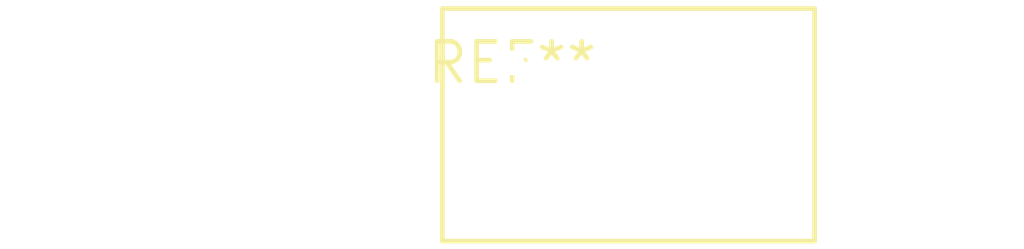
<source format=kicad_pcb>
(kicad_pcb (version 20240108) (generator pcbnew)
  (layers (0 "F.Cu" signal) (31 "B.Cu" signal) (34 "B.Paste" user) (35 "F.Paste" user) (36 "B.SilkS" user "B.Silkscreen") (37 "F.SilkS" user "F.Silkscreen") (38 "B.Mask" user) (39 "F.Mask" user) (44 "Edge.Cuts" user))
  (net 0 "")
  (footprint "RV_Disc_D12mm_W7.5mm_P7.5mm" (layer "F.Cu") (at 0 0)
    (property "Reference" "REF**")
    (property "Value" "RV_Disc_D12mm_W7.5mm_P7.5mm")
    (fp_line (start -2.25 -1.75) (end -2.25 5.75) (layer "F.SilkS") (stroke (width 0.15)))
    (fp_line (start -2.25 -1.75) (end 9.75 -1.75) (layer "F.SilkS") (stroke (width 0.15)))
    (fp_line (start -2.25 5.75) (end 9.75 5.75) (layer "F.SilkS") (stroke (width 0.15)))
    (fp_line (start 9.75 -1.75) (end 9.75 5.75) (layer "F.SilkS") (stroke (width 0.15)))
    (pad "1" thru_hole circle (at 0 0) (size 1.8 1.8) (drill 0.8) (layers *.Cu *.Mask) (remove_unused_layers))
    (pad "2" thru_hole circle (at 7.5 4) (size 1.8 1.8) (drill 0.8) (layers *.Cu *.Mask) (remove_unused_layers))
  )
)
</source>
